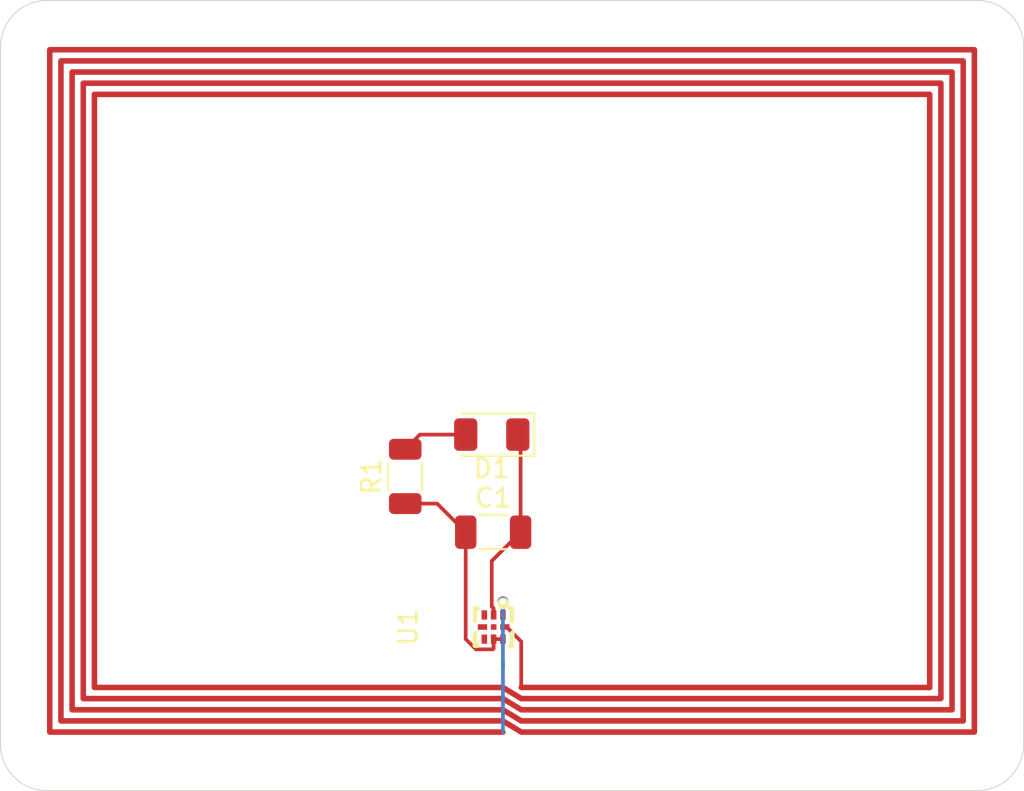
<source format=kicad_pcb>
(kicad_pcb (version 20240108) (generator "pcbnew") (generator_version "8.0")
  (layers (0 "F.Cu" signal) (31 "B.Cu" signal) (34 "B.Paste" user) (35 "F.Paste" user) (36 "B.SilkS" user "B.Silkscreen") (37 "F.SilkS" user "F.Silkscreen") (38 "B.Mask" user) (39 "F.Mask" user) (44 "Edge.Cuts" user))
  (net 0 "")
  (net 1 "Net-(D1-K)")
  (net 2 "Net-(U1-VCC)")
  (net 3 "Net-(D1-A)")
  (net 4 "Net-(U1-LB)")
  (net 5 "Net-(U1-LA)")
  (footprint "Resistor_SMD:R_1206_3216Metric" (layer "F.Cu") (at 119.258516 78.1 90)
    (property "Reference" "R1" (at 0 -1.82 90) (layer "F.SilkS"))
    (property "Value" "47")
    (fp_line (start -0.727064 -0.91) (end 0.727064 -0.91) (stroke (width 0.12)) (layer "F.SilkS"))
    (fp_line (start -0.727064 0.91) (end 0.727064 0.91) (stroke (width 0.12)) (layer "F.SilkS"))
    (pad "1" smd roundrect (at -1.4625 0 90) (size 1.125 1.75) (layers "F.Cu" "F.Paste" "F.Mask") (roundrect_rratio 0.222222) (net 2 "Net-(U1-VCC)"))
    (pad "2" smd roundrect (at 1.4625 0 90) (size 1.125 1.75) (layers "F.Cu" "F.Paste" "F.Mask") (roundrect_rratio 0.222222) (net 3 "Net-(D1-A)"))
  )
  (footprint "easyeda2kicad:XQFN-8_L1.6-W1.6-P0.50-BR" (layer "F.Cu") (at 124.008516 86.2 90)
    (property "Reference" "U1" (at 0 -4.6 90) (layer "F.SilkS"))
    (property "Value" "NT3H1101W0FHKH")
    (fp_line (start 1 -1) (end 1 -0.86) (stroke (width 0.25)) (layer "F.SilkS"))
    (fp_line (start 0.33 -1) (end 1 -1) (stroke (width 0.25)) (layer "F.SilkS"))
    (fp_line (start -1 -1) (end -0.32 -1) (stroke (width 0.25)) (layer "F.SilkS"))
    (fp_line (start -1 -0.86) (end -1 -1) (stroke (width 0.25)) (layer "F.SilkS"))
    (fp_line (start 1 0.86) (end 1 1) (stroke (width 0.25)) (layer "F.SilkS"))
    (fp_line (start 1 1) (end 0.33 1) (stroke (width 0.25)) (layer "F.SilkS"))
    (fp_line (start -0.32 1) (end -1 1) (stroke (width 0.25)) (layer "F.SilkS"))
    (fp_line (start -1 1) (end -1 0.86) (stroke (width 0.25)) (layer "F.SilkS"))
    (fp_circle (center 1.27 0.51) (end 1.33 0.51) (stroke (width 0.25)) (fill none) (layer "F.SilkS"))
    (pad "1" smd rect (at 0.65 0.5 270) (size 0.5 0.3) (layers "F.Cu" "F.Paste" "F.Mask") (net 5 "Net-(U1-LA)"))
    (pad "2" smd rect (at 0.65 0 270) (size 0.5 0.3) (layers "F.Cu" "F.Paste" "F.Mask") (net 1 "Net-(D1-K)"))
    (pad "3" smd rect (at 0.65 -0.5 270) (size 0.5 0.3) (layers "F.Cu" "F.Paste" "F.Mask"))
    (pad "4" smd rect (at 0 -0.6) (size 0.5 0.3) (layers "F.Cu" "F.Paste" "F.Mask"))
    (pad "5" smd rect (at -0.65 -0.5 270) (size 0.5 0.3) (layers "F.Cu" "F.Paste" "F.Mask"))
    (pad "6" smd rect (at -0.65 0 270) (size 0.5 0.3) (layers "F.Cu" "F.Paste" "F.Mask") (net 2 "Net-(U1-VCC)"))
    (pad "7" smd rect (at -0.65 0.5 270) (size 0.5 0.3) (layers "F.Cu" "F.Paste" "F.Mask") (net 2 "Net-(U1-VCC)"))
    (pad "8" smd rect (at 0 0.6) (size 0.5 0.3) (layers "F.Cu" "F.Paste" "F.Mask") (net 4 "Net-(U1-LB)"))
    (pad "9" smd rect (at 0 0) (size 0.3 0.3) (layers "F.Cu" "F.Paste" "F.Mask"))
  )
  (footprint "Capacitor_SMD:C_1206_3216Metric" (layer "F.Cu") (at 123.983516 81.1)
    (property "Reference" "C1" (at 0 -1.85 0) (layer "F.SilkS"))
    (property "Value" "220nf")
    (fp_line (start -0.711252 -0.91) (end 0.711252 -0.91) (stroke (width 0.12)) (layer "F.SilkS"))
    (fp_line (start -0.711252 0.91) (end 0.711252 0.91) (stroke (width 0.12)) (layer "F.SilkS"))
    (pad "1" smd roundrect (at -1.475 0) (size 1.15 1.8) (layers "F.Cu" "F.Paste" "F.Mask") (roundrect_rratio 0.217391) (net 2 "Net-(U1-VCC)"))
    (pad "2" smd roundrect (at 1.475 0) (size 1.15 1.8) (layers "F.Cu" "F.Paste" "F.Mask") (roundrect_rratio 0.217391) (net 1 "Net-(D1-K)"))
  )
  (footprint "LED_SMD:LED_1206_3216Metric" (layer "F.Cu") (at 123.908516 75.85 180)
    (property "Reference" "D1" (at 0 -1.82 0) (layer "F.SilkS"))
    (property "Value" "LED")
    (fp_line (start 1.6 -1.135) (end -2.285 -1.135) (stroke (width 0.12)) (layer "F.SilkS"))
    (fp_line (start -2.285 1.135) (end 1.6 1.135) (stroke (width 0.12)) (layer "F.SilkS"))
    (fp_line (start -2.285 -1.135) (end -2.285 1.135) (stroke (width 0.12)) (layer "F.SilkS"))
    (pad "1" smd roundrect (at -1.4 0 180) (size 1.25 1.75) (layers "F.Cu" "F.Paste" "F.Mask") (roundrect_rratio 0.2) (net 1 "Net-(D1-K)"))
    (pad "2" smd roundrect (at 1.4 0 180) (size 1.25 1.75) (layers "F.Cu" "F.Paste" "F.Mask") (roundrect_rratio 0.2) (net 3 "Net-(D1-A)"))
  )
  (footprint "nfc_ant:antenna-nfc" (layer "F.Cu") (at 100 55)
    (property "Reference" "L1" (hide yes))
    (property "Value" "L" (hide yes))
    (pad "1" smd custom (at 24.508516 36.85) (size 0.3 0.3) (layers "F.Cu") (net 5 "Net-(U1-LA)") (options (clearance outline) (anchor circle)) (primitives (gr_line (start 0 0) (end -24.358516 0) (width 0.3)) (gr_line (start -24.358516 0) (end -24.358516 -36.7) (width 0.3)) (gr_line (start -24.358516 -36.7) (end 25.341484 -36.7) (width 0.3)) (gr_line (start 25.341484 -36.7) (end 25.341484 0) (width 0.3)) (gr_line (start 25.341484 0) (end 0.982969 0) (width 0.3)) (gr_line (start 0.982969 0) (end 0 -0.6) (width 0.3)) (gr_line (start 0 -0.6) (end -23.758516 -0.6) (width 0.3)) (gr_line (start -23.758516 -0.6) (end -23.758516 -36.1) (width 0.3)) (gr_line (start -23.758516 -36.1) (end 24.741484 -36.1) (width 0.3)) (gr_line (start 24.741484 -36.1) (end 24.741484 -0.6) (width 0.3)) (gr_line (start 24.741484 -0.6) (end 0.982969 -0.6) (width 0.3)) (gr_line (start 0.982969 -0.6) (end 0 -1.2) (width 0.3)) (gr_line (start 0 -1.2) (end -23.158516 -1.2) (width 0.3)) (gr_line (start -23.158516 -1.2) (end -23.158516 -35.5) (width 0.3)) (gr_line (start -23.158516 -35.5) (end 24.141484 -35.5) (width 0.3)) (gr_line (start 24.141484 -35.5) (end 24.141484 -1.2) (width 0.3)) (gr_line (start 24.141484 -1.2) (end 0.982969 -1.2) (width 0.3)) (gr_line (start 0.982969 -1.2) (end 0 -1.8) (width 0.3)) (gr_line (start 0 -1.8) (end -22.558516 -1.8) (width 0.3)) (gr_line (start -22.558516 -1.8) (end -22.558516 -34.9) (width 0.3)) (gr_line (start -22.558516 -34.9) (end 23.541484 -34.9) (width 0.3)) (gr_line (start 23.541484 -34.9) (end 23.541484 -1.8) (width 0.3)) (gr_line (start 23.541484 -1.8) (end 0.982969 -1.8) (width 0.3)) (gr_line (start 0.982969 -1.8) (end 0 -2.4) (width 0.3)) (gr_line (start 0 -2.4) (end -21.958516 -2.4) (width 0.3)) (gr_line (start -21.958516 -2.4) (end -21.958516 -34.3) (width 0.3)) (gr_line (start -21.958516 -34.3) (end 22.941484 -34.3) (width 0.3)) (gr_line (start 22.941484 -34.3) (end 22.941484 -2.4) (width 0.3))))
    (pad "2" smd custom (at 25.491484 34.45) (size 0.3 0.3) (layers "F.Cu") (net 4 "Net-(U1-LB)") (options (clearance outline) (anchor circle)) (primitives (gr_line (start 0 0) (end 21.958516 0) (width 0.3))))
  )
  (gr_line (start 152.5 92.5) (end 152.5 55) (stroke (width 0.05)) (layer "Edge.Cuts"))
  (gr_arc (start 100 95) (mid 98.232233 94.267767) (end 97.5 92.5) (stroke (width 0.05)) (layer "Edge.Cuts"))
  (gr_arc (start 152.5 92.5) (mid 151.767767 94.267767) (end 150 95) (stroke (width 0.05)) (layer "Edge.Cuts"))
  (gr_arc (start 97.5 55) (mid 98.232233 53.232233) (end 100 52.5) (stroke (width 0.05)) (layer "Edge.Cuts"))
  (gr_line (start 100 95) (end 150 95) (stroke (width 0.05)) (layer "Edge.Cuts"))
  (gr_line (start 97.5 55) (end 97.5 92.5) (stroke (width 0.05)) (layer "Edge.Cuts"))
  (gr_line (start 150 52.5) (end 100 52.5) (stroke (width 0.05)) (layer "Edge.Cuts"))
  (gr_arc (start 150 52.5) (mid 151.767767 53.232233) (end 152.5 55) (stroke (width 0.05)) (layer "Edge.Cuts"))
  (segment (start 125.458516 81.1) (end 123.908516 82.65) (width 0.2) (layer "F.Cu") (net 1))
  (segment (start 123.908516 82.65) (end 123.908516 85.098529) (width 0.2) (layer "F.Cu") (net 1))
  (segment (start 124.008516 85.198529) (end 124.008516 85.55) (width 0.2) (layer "F.Cu") (net 1))
  (segment (start 123.908516 85.098529) (end 124.008516 85.198529) (width 0.2) (layer "F.Cu") (net 1))
  (segment (start 125.458516 76) (end 125.308516 75.85) (width 0.2) (layer "F.Cu") (net 1))
  (segment (start 125.458516 81.1) (end 125.458516 76) (width 0.2) (layer "F.Cu") (net 1))
  (segment (start 124.508516 86.85) (end 124.008516 86.85) (width 0.2) (layer "F.Cu") (net 2))
  (segment (start 122.508516 86.85) (end 123.058516 87.4) (width 0.2) (layer "F.Cu") (net 2))
  (segment (start 119.258516 79.5625) (end 120.971016 79.5625) (width 0.2) (layer "F.Cu") (net 2))
  (segment (start 122.508516 81.1) (end 122.508516 86.85) (width 0.2) (layer "F.Cu") (net 2))
  (segment (start 120.971016 79.5625) (end 122.508516 81.1) (width 0.2) (layer "F.Cu") (net 2))
  (segment (start 123.958516 87.4) (end 124.008516 87.35) (width 0.2) (layer "F.Cu") (net 2))
  (segment (start 123.058516 87.4) (end 123.958516 87.4) (width 0.2) (layer "F.Cu") (net 2))
  (segment (start 124.008516 87.35) (end 124.008516 86.85) (width 0.2) (layer "F.Cu") (net 2))
  (segment (start 120.046016 75.85) (end 119.258516 76.6375) (width 0.2) (layer "F.Cu") (net 3))
  (segment (start 122.508516 75.85) (end 120.046016 75.85) (width 0.2) (layer "F.Cu") (net 3))
  (segment (start 124.608516 86.2) (end 124.708516 86.2) (width 0.2) (layer "F.Cu") (net 4))
  (segment (start 124.708516 86.2) (end 125.491484 86.982968) (width 0.2) (layer "F.Cu") (net 4))
  (segment (start 125.491484 86.982968) (end 125.491484 89.45) (width 0.2) (layer "F.Cu") (net 4))
  (segment (start 124.508516 84.85) (end 124.508516 85.55) (width 0.2) (layer "F.Cu") (net 5))
  (via (at 124.508516 84.85) (size 0.6) (drill 0.3) (layers "F.Cu" "B.Cu") (net 5))
  (segment (start 124.508516 88.35) (end 124.508516 84.85) (width 0.2) (layer "B.Cu") (net 5))
  (segment (start 124.508516 91.85) (end 124.508516 88.35) (width 0.2) (layer "B.Cu") (net 5))
  (segment (start 124.508516 88.35) (end 124.508516 88.1) (width 0.2) (layer "B.Cu") (net 5))
)
</source>
